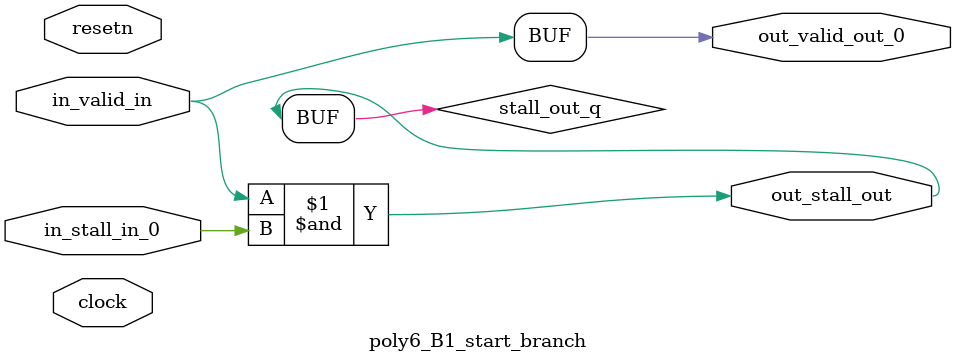
<source format=sv>



(* altera_attribute = "-name AUTO_SHIFT_REGISTER_RECOGNITION OFF; -name MESSAGE_DISABLE 10036; -name MESSAGE_DISABLE 10037; -name MESSAGE_DISABLE 14130; -name MESSAGE_DISABLE 14320; -name MESSAGE_DISABLE 15400; -name MESSAGE_DISABLE 14130; -name MESSAGE_DISABLE 10036; -name MESSAGE_DISABLE 12020; -name MESSAGE_DISABLE 12030; -name MESSAGE_DISABLE 12010; -name MESSAGE_DISABLE 12110; -name MESSAGE_DISABLE 14320; -name MESSAGE_DISABLE 13410; -name MESSAGE_DISABLE 113007; -name MESSAGE_DISABLE 10958" *)
module poly6_B1_start_branch (
    input wire [0:0] in_stall_in_0,
    input wire [0:0] in_valid_in,
    output wire [0:0] out_stall_out,
    output wire [0:0] out_valid_out_0,
    input wire clock,
    input wire resetn
    );

    wire [0:0] stall_out_q;


    // stall_out(LOGICAL,6)
    assign stall_out_q = in_valid_in & in_stall_in_0;

    // out_stall_out(GPOUT,4)
    assign out_stall_out = stall_out_q;

    // out_valid_out_0(GPOUT,5)
    assign out_valid_out_0 = in_valid_in;

endmodule

</source>
